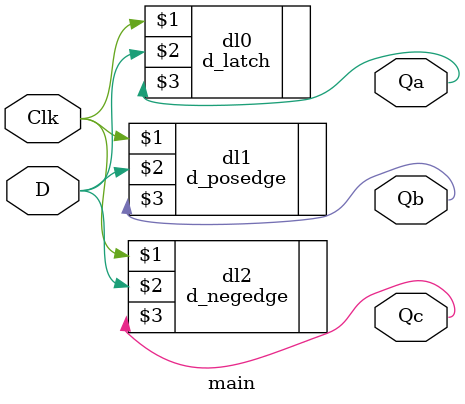
<source format=v>
`timescale 1ns / 1ps


module main(
    input D, Clk,
    output Qa,Qb,Qc
    );
    
    d_latch dl0(Clk,D,Qa);
    d_posedge dl1(Clk,D,Qb);
    d_negedge dl2(Clk,D,Qc);
    
endmodule

</source>
